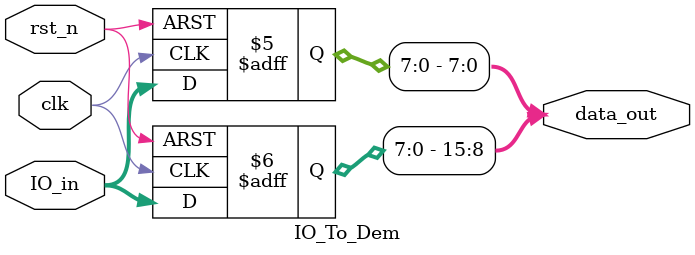
<source format=sv>
module IO_To_Dem (
    input  logic       clk,
    input  logic       rst_n,
    input  logic [7:0] IO_in,
    output logic [15:0] data_out
);

    
    always_ff @(posedge clk or negedge rst_n) begin
        if (!rst_n)
            data_out[15:8] <= 8'b0;
        else
            data_out[15:8] <= IO_in;
    end
	
	
	
	always_ff @(negedge clk or negedge rst_n) begin
        if (!rst_n)
            data_out[7:0] <= 8'b0;
        else
            data_out[7:0] <= IO_in;
    end
 
endmodule

</source>
